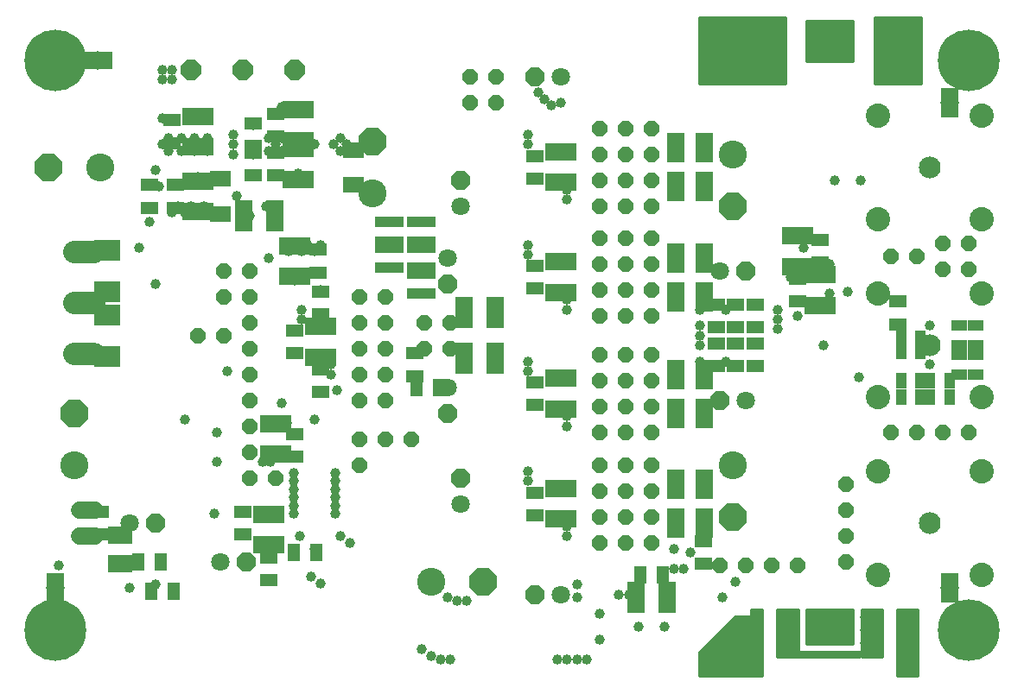
<source format=gbr>
G75*
%MOIN*%
%OFA0B0*%
%FSLAX24Y24*%
%IPPOS*%
%LPD*%
%AMOC8*
5,1,8,0,0,1.08239X$1,22.5*
%
%ADD10C,0.0160*%
%ADD11OC8,0.0600*%
%ADD12R,0.0710X0.1143*%
%ADD13R,0.0671X0.1222*%
%ADD14OC8,0.0710*%
%ADD15C,0.0710*%
%ADD16R,0.1222X0.0671*%
%ADD17R,0.0710X0.0474*%
%ADD18C,0.1080*%
%ADD19OC8,0.1080*%
%ADD20R,0.0434X0.0631*%
%ADD21R,0.0631X0.0434*%
%ADD22R,0.0474X0.0710*%
%ADD23R,0.0789X0.0631*%
%ADD24C,0.0860*%
%ADD25C,0.0840*%
%ADD26C,0.0940*%
%ADD27C,0.2380*%
%ADD28OC8,0.0780*%
%ADD29R,0.1025X0.0789*%
%ADD30R,0.0540X0.0710*%
%ADD31R,0.0060X0.0720*%
%ADD32R,0.0710X0.0540*%
%ADD33R,0.0720X0.0060*%
%ADD34R,0.0946X0.0710*%
%ADD35C,0.0680*%
%ADD36C,0.0397*%
D10*
X027705Y001197D02*
X027705Y002072D01*
X029080Y003447D01*
X029705Y003447D01*
X029705Y003697D01*
X030080Y003697D01*
X030080Y001197D01*
X027705Y001197D01*
X027705Y001314D02*
X030080Y001314D01*
X030080Y001473D02*
X027705Y001473D01*
X027705Y001631D02*
X030080Y001631D01*
X030080Y001790D02*
X027705Y001790D01*
X027705Y001948D02*
X030080Y001948D01*
X030080Y002107D02*
X027740Y002107D01*
X027898Y002265D02*
X030080Y002265D01*
X030080Y002424D02*
X028057Y002424D01*
X028215Y002582D02*
X030080Y002582D01*
X030080Y002741D02*
X028374Y002741D01*
X028532Y002899D02*
X030080Y002899D01*
X030080Y003058D02*
X028691Y003058D01*
X028849Y003216D02*
X030080Y003216D01*
X030080Y003375D02*
X029008Y003375D01*
X029705Y003533D02*
X030080Y003533D01*
X030080Y003692D02*
X029705Y003692D01*
X030705Y003692D02*
X031455Y003692D01*
X031455Y003697D02*
X030705Y003697D01*
X030705Y001947D01*
X033830Y001947D01*
X033830Y002072D01*
X031455Y002072D01*
X031455Y003697D01*
X031455Y003533D02*
X030705Y003533D01*
X030705Y003375D02*
X031455Y003375D01*
X031455Y003216D02*
X030705Y003216D01*
X030705Y003058D02*
X031455Y003058D01*
X031455Y002899D02*
X030705Y002899D01*
X030705Y002741D02*
X031455Y002741D01*
X031455Y002582D02*
X030705Y002582D01*
X030705Y002424D02*
X031455Y002424D01*
X031455Y002265D02*
X030705Y002265D01*
X030705Y002107D02*
X031455Y002107D01*
X031830Y002447D02*
X033580Y002447D01*
X033580Y003697D01*
X031830Y003697D01*
X031830Y002447D01*
X031830Y002582D02*
X033580Y002582D01*
X033580Y002741D02*
X031830Y002741D01*
X031830Y002899D02*
X033580Y002899D01*
X033580Y003058D02*
X031830Y003058D01*
X031830Y003216D02*
X033580Y003216D01*
X033580Y003375D02*
X031830Y003375D01*
X031830Y003533D02*
X033580Y003533D01*
X033580Y003692D02*
X031830Y003692D01*
X033955Y003692D02*
X034705Y003692D01*
X034705Y003697D02*
X034705Y001947D01*
X033955Y001947D01*
X033955Y003697D01*
X034705Y003697D01*
X034705Y003533D02*
X033955Y003533D01*
X033955Y003375D02*
X034705Y003375D01*
X034705Y003216D02*
X033955Y003216D01*
X033955Y003058D02*
X034705Y003058D01*
X034705Y002899D02*
X033955Y002899D01*
X033955Y002741D02*
X034705Y002741D01*
X034705Y002582D02*
X033955Y002582D01*
X033955Y002424D02*
X034705Y002424D01*
X034705Y002265D02*
X033955Y002265D01*
X033955Y002107D02*
X034705Y002107D01*
X034705Y001948D02*
X033955Y001948D01*
X033830Y001948D02*
X030705Y001948D01*
X035330Y001948D02*
X036080Y001948D01*
X036080Y001790D02*
X035330Y001790D01*
X035330Y001631D02*
X036080Y001631D01*
X036080Y001473D02*
X035330Y001473D01*
X035330Y001314D02*
X036080Y001314D01*
X036080Y001197D02*
X035330Y001197D01*
X035330Y003697D01*
X036080Y003697D01*
X036080Y001197D01*
X036080Y002107D02*
X035330Y002107D01*
X035330Y002265D02*
X036080Y002265D01*
X036080Y002424D02*
X035330Y002424D01*
X035330Y002582D02*
X036080Y002582D01*
X036080Y002741D02*
X035330Y002741D01*
X035330Y002899D02*
X036080Y002899D01*
X036080Y003058D02*
X035330Y003058D01*
X035330Y003216D02*
X036080Y003216D01*
X036080Y003375D02*
X035330Y003375D01*
X035330Y003533D02*
X036080Y003533D01*
X036080Y003692D02*
X035330Y003692D01*
X034455Y024072D02*
X034455Y026572D01*
X036205Y026572D01*
X036205Y024072D01*
X034455Y024072D01*
X034455Y024138D02*
X036205Y024138D01*
X036205Y024297D02*
X034455Y024297D01*
X034455Y024455D02*
X036205Y024455D01*
X036205Y024614D02*
X034455Y024614D01*
X034455Y024772D02*
X036205Y024772D01*
X036205Y024931D02*
X034455Y024931D01*
X034455Y025089D02*
X036205Y025089D01*
X036205Y025248D02*
X034455Y025248D01*
X034455Y025406D02*
X036205Y025406D01*
X036205Y025565D02*
X034455Y025565D01*
X034455Y025723D02*
X036205Y025723D01*
X036205Y025882D02*
X034455Y025882D01*
X034455Y026040D02*
X036205Y026040D01*
X036205Y026199D02*
X034455Y026199D01*
X034455Y026357D02*
X036205Y026357D01*
X036205Y026516D02*
X034455Y026516D01*
X033580Y026447D02*
X031830Y026447D01*
X031830Y024947D01*
X033580Y024947D01*
X033580Y026447D01*
X033580Y026357D02*
X031830Y026357D01*
X031830Y026199D02*
X033580Y026199D01*
X033580Y026040D02*
X031830Y026040D01*
X031830Y025882D02*
X033580Y025882D01*
X033580Y025723D02*
X031830Y025723D01*
X031830Y025565D02*
X033580Y025565D01*
X033580Y025406D02*
X031830Y025406D01*
X031830Y025248D02*
X033580Y025248D01*
X033580Y025089D02*
X031830Y025089D01*
X030955Y025089D02*
X027705Y025089D01*
X027705Y024931D02*
X030955Y024931D01*
X030955Y024772D02*
X027705Y024772D01*
X027705Y024614D02*
X030955Y024614D01*
X030955Y024455D02*
X027705Y024455D01*
X027705Y024297D02*
X030955Y024297D01*
X030955Y024138D02*
X027705Y024138D01*
X027705Y024072D02*
X030955Y024072D01*
X030955Y026572D01*
X027705Y026572D01*
X027705Y024072D01*
X027705Y025248D02*
X030955Y025248D01*
X030955Y025406D02*
X027705Y025406D01*
X027705Y025565D02*
X030955Y025565D01*
X030955Y025723D02*
X027705Y025723D01*
X027705Y025882D02*
X030955Y025882D01*
X030955Y026040D02*
X027705Y026040D01*
X027705Y026199D02*
X030955Y026199D01*
X030955Y026357D02*
X027705Y026357D01*
X027705Y026516D02*
X030955Y026516D01*
D11*
X025830Y022322D03*
X024830Y022322D03*
X023830Y022322D03*
X023830Y021322D03*
X024830Y021322D03*
X024830Y020322D03*
X023830Y020322D03*
X023830Y019322D03*
X024830Y019322D03*
X025830Y019322D03*
X025830Y020322D03*
X025830Y021322D03*
X025830Y018072D03*
X024830Y018072D03*
X023830Y018072D03*
X023830Y017072D03*
X024830Y017072D03*
X024830Y016072D03*
X023830Y016072D03*
X023830Y015072D03*
X024830Y015072D03*
X025830Y015072D03*
X025830Y016072D03*
X025830Y017072D03*
X025830Y013572D03*
X024830Y013572D03*
X023830Y013572D03*
X023830Y012572D03*
X024830Y012572D03*
X024830Y011572D03*
X023830Y011572D03*
X023830Y010572D03*
X024830Y010572D03*
X025830Y010572D03*
X025830Y011572D03*
X025830Y012572D03*
X025830Y009322D03*
X024830Y009322D03*
X023830Y009322D03*
X023830Y008322D03*
X024830Y008322D03*
X024830Y007322D03*
X023830Y007322D03*
X023830Y006322D03*
X024830Y006322D03*
X025830Y006322D03*
X025830Y007322D03*
X025830Y008322D03*
X028455Y005447D03*
X029455Y005447D03*
X030455Y005447D03*
X031455Y005447D03*
X033330Y005572D03*
X033330Y006572D03*
X033330Y007572D03*
X033330Y008572D03*
X035080Y010572D03*
X036080Y010572D03*
X037080Y010572D03*
X038080Y010572D03*
X038080Y016885D03*
X037080Y016885D03*
X037080Y017885D03*
X038080Y017885D03*
X036080Y017385D03*
X035080Y017385D03*
X019830Y023322D03*
X018830Y023322D03*
X018830Y024322D03*
X019830Y024322D03*
X010330Y016822D03*
X009330Y016822D03*
X009330Y015822D03*
X010330Y015822D03*
X010330Y014822D03*
X009330Y014322D03*
X008330Y014322D03*
X010330Y013822D03*
X010330Y012822D03*
X010330Y011822D03*
X010330Y010822D03*
X010330Y009822D03*
X010330Y008822D03*
X011330Y008822D03*
X014580Y009322D03*
X014580Y010322D03*
X015580Y010322D03*
X016580Y010322D03*
X015580Y011822D03*
X014580Y011822D03*
X014580Y012822D03*
X015580Y012822D03*
X015580Y013822D03*
X014580Y013822D03*
X014580Y014822D03*
X015580Y014822D03*
X015580Y015822D03*
X014580Y015822D03*
X017080Y014822D03*
X018080Y014822D03*
X018080Y013822D03*
X017080Y013822D03*
D12*
X026779Y012822D03*
X027881Y012822D03*
X027881Y011322D03*
X026779Y011322D03*
X026779Y008572D03*
X027881Y008572D03*
X027881Y007072D03*
X026779Y007072D03*
X026779Y015822D03*
X027881Y015822D03*
X027881Y017322D03*
X026779Y017322D03*
X026779Y020072D03*
X027881Y020072D03*
X027881Y021572D03*
X026779Y021572D03*
D13*
X019796Y015197D03*
X018614Y015197D03*
X018614Y013447D03*
X019796Y013447D03*
X011296Y018947D03*
X010114Y018947D03*
X025239Y004197D03*
X026421Y004197D03*
D14*
X021330Y004322D03*
X018455Y008822D03*
X017955Y011322D03*
X017955Y016322D03*
X018455Y020322D03*
X021330Y024322D03*
X029455Y016822D03*
X028455Y011822D03*
X010205Y005572D03*
X006705Y007072D03*
D15*
X005705Y007072D03*
X009205Y005572D03*
X018455Y007822D03*
X022330Y004322D03*
X029455Y011822D03*
X028455Y016822D03*
X018455Y019322D03*
X017955Y017322D03*
X017955Y012322D03*
X022330Y024322D03*
D16*
X022330Y021413D03*
X022330Y020232D03*
X022330Y017163D03*
X022330Y015982D03*
X022330Y012663D03*
X022330Y011482D03*
X022330Y008413D03*
X022330Y007232D03*
X013080Y013482D03*
X013080Y014663D03*
X012080Y016607D03*
X012080Y017788D03*
X012205Y020357D03*
X012205Y021538D03*
X012205Y021857D03*
X012205Y023038D03*
X008330Y022788D03*
X008330Y021607D03*
X008330Y020288D03*
X008330Y019107D03*
X011330Y010913D03*
X011330Y009732D03*
X011080Y007413D03*
X011080Y006232D03*
X031455Y016982D03*
X032330Y016663D03*
X032330Y015482D03*
X031455Y018163D03*
D17*
X032330Y018010D03*
X032330Y017135D03*
X031455Y016510D03*
X031455Y015635D03*
X029830Y015510D03*
X029080Y015510D03*
X028330Y015510D03*
X028330Y014635D03*
X029080Y014635D03*
X029080Y014010D03*
X028330Y014010D03*
X028330Y013135D03*
X029080Y013135D03*
X029830Y013135D03*
X029830Y014010D03*
X029830Y014635D03*
X035330Y014760D03*
X035330Y015635D03*
X027830Y006385D03*
X027830Y005510D03*
X021330Y007385D03*
X021330Y008260D03*
X021330Y011635D03*
X021330Y012510D03*
X016705Y012760D03*
X016705Y013635D03*
X013080Y013010D03*
X012080Y013635D03*
X012080Y014510D03*
X013080Y015135D03*
X013080Y016010D03*
X012955Y016760D03*
X012955Y017635D03*
X011330Y020510D03*
X010455Y020510D03*
X010455Y021385D03*
X010455Y021635D03*
X010455Y022510D03*
X011330Y022885D03*
X011330Y022010D03*
X011330Y021385D03*
X007330Y021760D03*
X007330Y022635D03*
X007455Y020135D03*
X006455Y020135D03*
X006455Y019260D03*
X007455Y019260D03*
X013080Y012135D03*
X012080Y010510D03*
X012080Y009635D03*
X010080Y007510D03*
X010080Y006635D03*
X011080Y005760D03*
X011080Y004885D03*
X004580Y006635D03*
X004580Y007510D03*
X021330Y016135D03*
X021330Y017010D03*
X021330Y020385D03*
X021330Y021260D03*
D18*
X015080Y019822D03*
X004580Y020822D03*
X003580Y009322D03*
X017330Y004822D03*
X028955Y009322D03*
X028955Y021322D03*
D19*
X028955Y019322D03*
X015080Y021822D03*
X002580Y020822D03*
X003580Y011322D03*
X019330Y004822D03*
X028955Y007322D03*
D20*
X035456Y011947D03*
X035456Y012572D03*
X036204Y012572D03*
X036581Y012572D03*
X036581Y011947D03*
X036204Y011947D03*
X037329Y011947D03*
X037329Y012572D03*
X036204Y013697D03*
X036204Y014197D03*
X035456Y014197D03*
X035456Y013697D03*
D21*
X037705Y013571D03*
X037705Y013948D03*
X038330Y013948D03*
X038330Y013571D03*
X038330Y012823D03*
X037705Y012823D03*
X037705Y014696D03*
X038330Y014696D03*
X017205Y015948D03*
X016705Y015948D03*
X016705Y016696D03*
X016705Y016948D03*
X017205Y016948D03*
X017205Y016696D03*
X017205Y017696D03*
X017205Y017948D03*
X016705Y017948D03*
X016705Y017696D03*
X015955Y017696D03*
X015955Y017948D03*
X015455Y017948D03*
X015455Y017696D03*
X015455Y016948D03*
X015955Y016948D03*
X015955Y018696D03*
X015455Y018696D03*
X016705Y018696D03*
X017205Y018696D03*
D22*
X017642Y012322D03*
X016767Y012322D03*
X012892Y005947D03*
X012017Y005947D03*
X007392Y004447D03*
X006517Y004447D03*
X006892Y005572D03*
X006017Y005572D03*
X025392Y005072D03*
X026267Y005072D03*
D23*
X009205Y019028D03*
X009205Y020367D03*
X014330Y020153D03*
X014330Y021492D03*
D24*
X004345Y017542D02*
X003565Y017542D01*
X003565Y015572D02*
X004345Y015572D01*
X004345Y013602D02*
X003565Y013602D01*
D25*
X036580Y013947D03*
X036580Y007072D03*
X036580Y020822D03*
D26*
X034580Y022822D03*
X038580Y022822D03*
X038580Y018822D03*
X038580Y015947D03*
X034580Y015947D03*
X034580Y018822D03*
X034580Y011947D03*
X034580Y009072D03*
X038580Y009072D03*
X038580Y011947D03*
X038580Y005072D03*
X034580Y005072D03*
D27*
X002830Y002947D03*
X002830Y024947D03*
X038080Y024947D03*
X038080Y002947D03*
D28*
X012080Y024572D03*
X010080Y024572D03*
X008080Y024572D03*
D29*
X004830Y017620D03*
X004830Y016025D03*
X004830Y015120D03*
X004830Y013525D03*
D30*
X004755Y024947D03*
X004155Y024947D03*
D31*
X004455Y024947D03*
D32*
X002830Y004872D03*
X002830Y004272D03*
X037330Y004272D03*
X037330Y004872D03*
X037330Y023022D03*
X037330Y023622D03*
D33*
X037330Y023322D03*
X037330Y004572D03*
X002830Y004572D03*
D34*
X005330Y005521D03*
X005330Y006624D03*
D35*
X004380Y006572D02*
X003780Y006572D01*
X003780Y007572D02*
X004380Y007572D01*
D36*
X002955Y005447D03*
X005705Y004572D03*
X006705Y004697D03*
X008955Y007447D03*
X010830Y007322D03*
X011330Y007322D03*
X012018Y007447D03*
X012018Y007760D03*
X012018Y008072D03*
X012018Y008385D03*
X012018Y008697D03*
X012018Y009010D03*
X011143Y009447D03*
X010830Y009447D03*
X011455Y010947D03*
X011768Y010947D03*
X011580Y011697D03*
X012830Y011072D03*
X013705Y012197D03*
X013455Y012822D03*
X013455Y013197D03*
X012330Y014947D03*
X012330Y015322D03*
X013080Y016072D03*
X012080Y016447D03*
X011080Y017322D03*
X011830Y017572D03*
X012080Y017822D03*
X012330Y017572D03*
X012580Y017822D03*
X012830Y017572D03*
X013080Y017822D03*
X010955Y019322D03*
X010330Y018947D03*
X010080Y018697D03*
X010080Y019197D03*
X009830Y019697D03*
X008580Y019322D03*
X008330Y019072D03*
X008080Y019322D03*
X007830Y019072D03*
X007580Y019322D03*
X007330Y019072D03*
X006455Y018697D03*
X006080Y017697D03*
X006705Y016322D03*
X009455Y012947D03*
X007830Y011072D03*
X009080Y010572D03*
X009080Y009447D03*
X012268Y006572D03*
X012830Y006072D03*
X013830Y006572D03*
X014205Y006322D03*
X013643Y007447D03*
X013643Y007760D03*
X013643Y008072D03*
X013643Y008385D03*
X013643Y008697D03*
X013643Y009010D03*
X012705Y005010D03*
X013080Y004760D03*
X016955Y002197D03*
X017330Y001947D03*
X017705Y001822D03*
X018080Y001822D03*
X018330Y004072D03*
X018705Y004072D03*
X017955Y004197D03*
X022205Y001822D03*
X022580Y001822D03*
X022955Y001822D03*
X023330Y001822D03*
X023830Y002572D03*
X023830Y003572D03*
X022955Y004197D03*
X022955Y004697D03*
X024580Y004322D03*
X024955Y004322D03*
X025330Y003072D03*
X026330Y003072D03*
X027955Y001947D03*
X028205Y001697D03*
X027955Y001447D03*
X028455Y001447D03*
X028705Y001697D03*
X028955Y001447D03*
X029205Y001697D03*
X029455Y001447D03*
X029705Y001697D03*
X029955Y001447D03*
X029955Y001947D03*
X029705Y002197D03*
X029455Y001947D03*
X029205Y002197D03*
X028955Y001947D03*
X028705Y002197D03*
X028455Y001947D03*
X028205Y002197D03*
X028455Y002447D03*
X028705Y002697D03*
X028955Y002447D03*
X029205Y002697D03*
X029455Y002447D03*
X029705Y002697D03*
X029955Y002447D03*
X029955Y002947D03*
X029705Y003197D03*
X029455Y002947D03*
X029205Y003197D03*
X028955Y002947D03*
X028580Y004197D03*
X029080Y004822D03*
X027080Y005322D03*
X026705Y005322D03*
X027330Y005947D03*
X026705Y006072D03*
X022580Y006572D03*
X022580Y006947D03*
X021080Y008697D03*
X021080Y009072D03*
X022580Y010822D03*
X022580Y011197D03*
X021080Y012947D03*
X021080Y013322D03*
X019705Y013447D03*
X019705Y015197D03*
X022580Y015322D03*
X022580Y015697D03*
X021080Y017447D03*
X021080Y017822D03*
X022580Y019572D03*
X022580Y019947D03*
X021080Y021697D03*
X021080Y022072D03*
X021955Y023197D03*
X021705Y023447D03*
X021455Y023697D03*
X022330Y023322D03*
X027955Y024572D03*
X028205Y024322D03*
X028455Y024572D03*
X028705Y024322D03*
X028955Y024572D03*
X029205Y024322D03*
X029455Y024572D03*
X029705Y024322D03*
X029955Y024572D03*
X030205Y024322D03*
X030455Y024572D03*
X030705Y024322D03*
X030705Y024822D03*
X030455Y025072D03*
X030205Y024822D03*
X029955Y025072D03*
X029705Y024822D03*
X029455Y025072D03*
X029205Y024822D03*
X028955Y025072D03*
X028705Y024822D03*
X028455Y025072D03*
X028205Y024822D03*
X027955Y025072D03*
X028205Y025322D03*
X027955Y025572D03*
X028205Y025822D03*
X028455Y025572D03*
X028705Y025322D03*
X028955Y025572D03*
X029205Y025322D03*
X029455Y025572D03*
X029705Y025322D03*
X029955Y025572D03*
X030205Y025322D03*
X030455Y025572D03*
X030705Y025322D03*
X030705Y025822D03*
X030455Y026072D03*
X030205Y025822D03*
X029955Y026072D03*
X029705Y025822D03*
X029455Y026072D03*
X029205Y025822D03*
X028955Y026072D03*
X028705Y025822D03*
X028455Y026072D03*
X028205Y026322D03*
X027955Y026072D03*
X028705Y026322D03*
X029205Y026322D03*
X029705Y026322D03*
X030205Y026322D03*
X030705Y026322D03*
X031955Y026322D03*
X031955Y025947D03*
X031955Y025572D03*
X032330Y025572D03*
X032705Y025572D03*
X033080Y025572D03*
X033455Y025572D03*
X033455Y025947D03*
X033080Y025947D03*
X032705Y025947D03*
X032330Y025947D03*
X032330Y026322D03*
X032705Y026322D03*
X033080Y026322D03*
X033455Y026322D03*
X034705Y026322D03*
X034955Y026072D03*
X034705Y025822D03*
X034955Y025572D03*
X034705Y025322D03*
X034955Y025072D03*
X034705Y024822D03*
X034955Y024572D03*
X034705Y024322D03*
X035205Y024322D03*
X035455Y024572D03*
X035705Y024322D03*
X035955Y024572D03*
X035705Y024822D03*
X035455Y025072D03*
X035205Y024822D03*
X035205Y025322D03*
X035455Y025572D03*
X035705Y025322D03*
X035955Y025072D03*
X035955Y025572D03*
X035705Y025822D03*
X035455Y026072D03*
X035205Y025822D03*
X035205Y026322D03*
X035705Y026322D03*
X035955Y026072D03*
X033455Y025197D03*
X033080Y025197D03*
X032705Y025197D03*
X032330Y025197D03*
X031955Y025197D03*
X032893Y020322D03*
X033893Y020322D03*
X031705Y018072D03*
X031705Y017697D03*
X031705Y017072D03*
X031455Y016822D03*
X031205Y016572D03*
X031705Y016572D03*
X032205Y016572D03*
X032455Y016822D03*
X032705Y016572D03*
X032705Y017072D03*
X032205Y017072D03*
X031205Y017072D03*
X032705Y015947D03*
X032705Y015572D03*
X033393Y016010D03*
X031455Y015072D03*
X030705Y014947D03*
X030705Y014572D03*
X030705Y015322D03*
X028705Y015322D03*
X027705Y015322D03*
X027705Y014697D03*
X027705Y014322D03*
X027705Y013947D03*
X027705Y013322D03*
X028705Y013322D03*
X032455Y013947D03*
X033830Y012697D03*
X036580Y013197D03*
X036580Y014697D03*
X035955Y003447D03*
X035705Y003197D03*
X035455Y002947D03*
X035705Y002697D03*
X035455Y002447D03*
X035705Y002197D03*
X035455Y001947D03*
X035705Y001697D03*
X035455Y001447D03*
X035955Y001447D03*
X035955Y001947D03*
X035955Y002447D03*
X035955Y002947D03*
X035455Y003447D03*
X034580Y003447D03*
X034330Y003197D03*
X034080Y002947D03*
X034330Y002697D03*
X034080Y002447D03*
X033455Y002697D03*
X033080Y002697D03*
X032705Y002697D03*
X032330Y002697D03*
X031955Y002697D03*
X031330Y002447D03*
X031080Y002697D03*
X030830Y002447D03*
X030830Y002947D03*
X031080Y003197D03*
X031330Y002947D03*
X031955Y003072D03*
X032330Y003072D03*
X032705Y003072D03*
X033080Y003072D03*
X033455Y003072D03*
X033455Y003447D03*
X033080Y003447D03*
X032705Y003447D03*
X032330Y003447D03*
X031955Y003447D03*
X031330Y003447D03*
X030830Y003447D03*
X034080Y003447D03*
X034580Y002947D03*
X034580Y002447D03*
X012205Y020572D03*
X011955Y020447D03*
X012080Y021447D03*
X011830Y021697D03*
X011580Y021447D03*
X011330Y021697D03*
X011080Y021447D03*
X010455Y021322D03*
X009705Y021322D03*
X009705Y021697D03*
X009705Y022072D03*
X010455Y022447D03*
X011080Y021947D03*
X011580Y021947D03*
X012080Y021947D03*
X012330Y021697D03*
X012580Y021447D03*
X012830Y021697D03*
X012580Y021947D03*
X013580Y021697D03*
X013830Y021447D03*
X014080Y021697D03*
X013830Y021947D03*
X011955Y023135D03*
X011768Y022947D03*
X011580Y023135D03*
X008705Y021947D03*
X008455Y021697D03*
X008205Y021447D03*
X007955Y021697D03*
X007705Y021447D03*
X007455Y021697D03*
X007205Y021447D03*
X006955Y021697D03*
X007205Y021947D03*
X007705Y021947D03*
X008205Y021947D03*
X008705Y021447D03*
X008330Y020447D03*
X008080Y020322D03*
X008580Y020322D03*
X006830Y020072D03*
X006705Y020697D03*
X006955Y022697D03*
X006955Y024197D03*
X007330Y024197D03*
X007330Y024572D03*
X006955Y024572D03*
M02*

</source>
